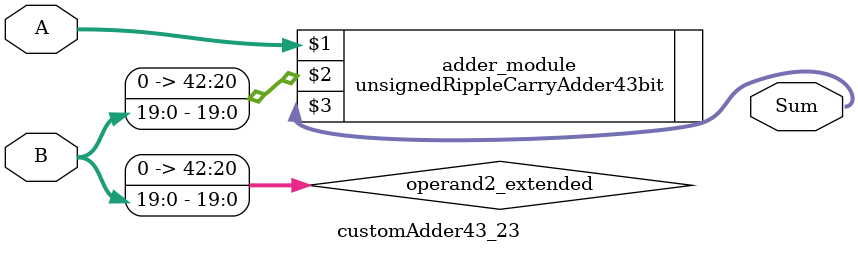
<source format=v>
module customAdder43_23(
                        input [42 : 0] A,
                        input [19 : 0] B,
                        
                        output [43 : 0] Sum
                );

        wire [42 : 0] operand2_extended;
        
        assign operand2_extended =  {23'b0, B};
        
        unsignedRippleCarryAdder43bit adder_module(
            A,
            operand2_extended,
            Sum
        );
        
        endmodule
        
</source>
